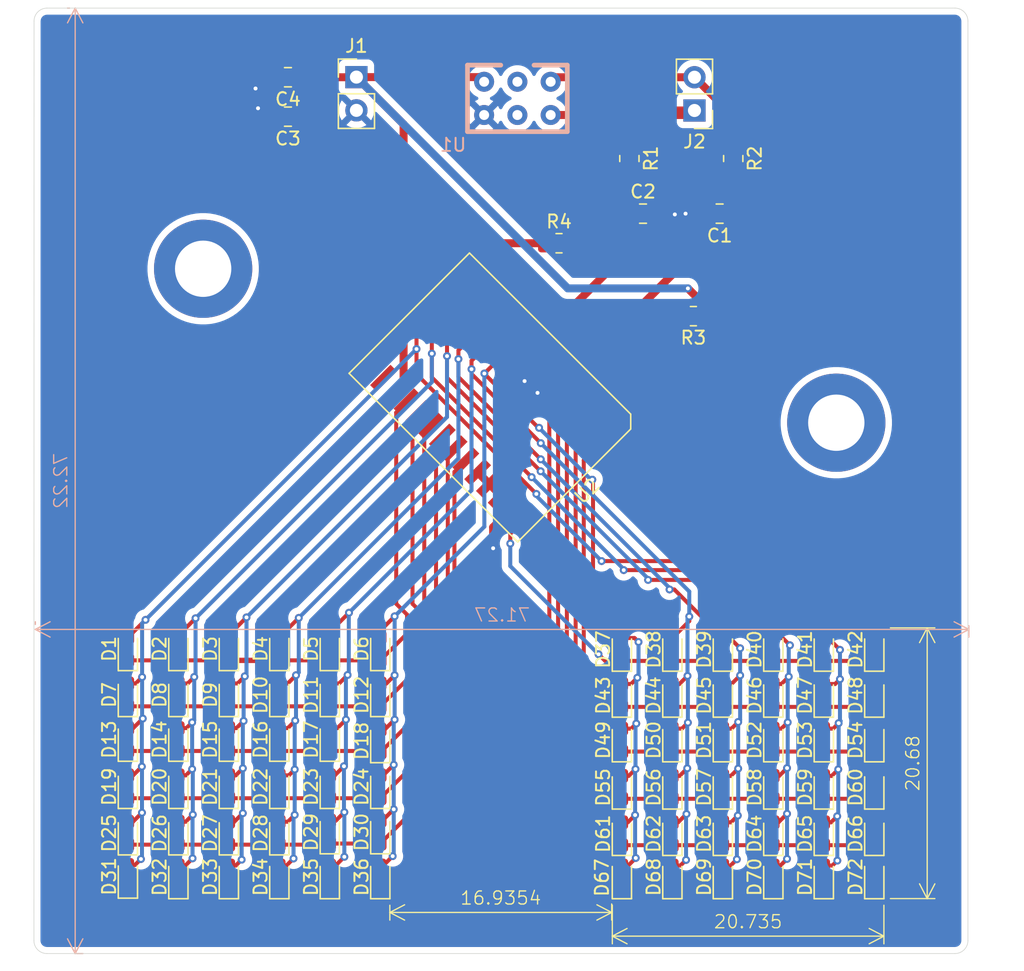
<source format=kicad_pcb>
(kicad_pcb (version 20241229) (generator "pcbnew") (generator_version "9.0")
  (layers (0 "F.Cu" signal) (2 "B.Cu" signal) (13 "F.Paste" user) (15 "B.Paste" user) (5 "F.SilkS" user "F.Silkscreen") (7 "B.SilkS" user "B.Silkscreen") (1 "F.Mask" user) (3 "B.Mask" user) (25 "Edge.Cuts" user))
  (net 0 "")
  (net 1 "GND")
  (net 2 "Net-(U2-Din)")
  (net 3 "Net-(U2-SCLK)")
  (net 4 "+3.3V")
  (net 5 "Net-(D1-K)")
  (net 6 "Net-(D1-A)")
  (net 7 "Net-(D14-A)")
  (net 8 "Net-(D15-A)")
  (net 9 "Net-(D10-A)")
  (net 10 "Net-(D11-A)")
  (net 11 "Net-(D12-A)")
  (net 12 "Net-(D10-K)")
  (net 13 "Net-(D13-K)")
  (net 14 "Net-(D19-K)")
  (net 15 "Net-(D25-K)")
  (net 16 "Net-(D31-K)")
  (net 17 "Net-(D37-K)")
  (net 18 "Net-(D43-K)")
  (net 19 "Net-(D49-K)")
  (net 20 "Net-(D55-K)")
  (net 21 "Net-(D61-K)")
  (net 22 "Net-(D67-K)")
  (net 23 "SCLK")
  (net 24 "Data_In")
  (footprint "LED_SMD:LED_0603_1608Metric_Pad1.05x0.95mm_HandSolder" (layer "F.Cu") (at 190.55448 99.263375 90)
    (property "Reference" "D56")
    (property "Value" "LED")
  )
  (footprint "LED_SMD:LED_0603_1608Metric_Pad1.05x0.95mm_HandSolder" (layer "F.Cu") (at 152.838625 102.76627 90)
    (property "Reference" "D26")
    (property "Value" "LED")
  )
  (footprint "LED_SMD:LED_0603_1608Metric_Pad1.05x0.95mm_HandSolder" (layer "F.Cu") (at 164.400625 99.220875 90)
    (property "Reference" "D23")
    (property "Value" "LED")
  )
  (footprint "LED_SMD:LED_0603_1608Metric_Pad1.05x0.95mm_HandSolder" (layer "F.Cu") (at 198.26248 106.110875 90)
    (property "Reference" "D70")
    (property "Value" "LED")
  )
  (footprint "LED_SMD:LED_0603_1608Metric_Pad1.05x0.95mm_HandSolder" (layer "F.Cu") (at 198.26248 88.730875 90)
    (property "Reference" "D40")
    (property "Value" "LED")
  )
  (footprint "LED_SMD:LED_0603_1608Metric_Pad1.05x0.95mm_HandSolder" (layer "F.Cu") (at 168.254625 95.720875 90)
    (property "Reference" "D18")
    (property "Value" "LED")
  )
  (footprint "LED_SMD:LED_0603_1608Metric_Pad1.05x0.95mm_HandSolder" (layer "F.Cu") (at 205.97048 106.110875 90)
    (property "Reference" "D72")
    (property "Value" "LED")
  )
  (footprint "LED_SMD:LED_0603_1608Metric_Pad1.05x0.95mm_HandSolder" (layer "F.Cu") (at 164.400625 88.688375 90)
    (property "Reference" "D5")
    (property "Value" "LED")
  )
  (footprint "LED_SMD:LED_0603_1608Metric_Pad1.05x0.95mm_HandSolder" (layer "F.Cu") (at 205.97048 102.80877 90)
    (property "Reference" "D66")
    (property "Value" "LED")
  )
  (footprint "LED_SMD:LED_0603_1608Metric_Pad1.05x0.95mm_HandSolder" (layer "F.Cu") (at 148.984625 88.688375 90)
    (property "Reference" "D1")
    (property "Value" "LED")
  )
  (footprint "MountingHole:MountingHole_4.3mm_M4_DIN965_Pad" (layer "F.Cu") (at 154.73 59.65)
    (property "Reference" "REF**" (hide yes))
    (property "Value" "MountingHole_4.3mm_M4_DIN965_Pad")
  )
  (footprint "LED_SMD:LED_0603_1608Metric_Pad1.05x0.95mm_HandSolder" (layer "F.Cu") (at 168.254625 92.200875 90)
    (property "Reference" "D12")
    (property "Value" "LED")
  )
  (footprint "LED_SMD:LED_0603_1608Metric_Pad1.05x0.95mm_HandSolder" (layer "F.Cu") (at 198.26248 102.80877 90)
    (property "Reference" "D64")
    (property "Value" "LED")
  )
  (footprint "Connector_PinHeader_2.54mm:PinHeader_1x02_P2.54mm_Vertical" (layer "F.Cu") (at 192.2425 47.56 180)
    (property "Reference" "J2")
    (property "Value" "Conn_01x02_Pin")
  )
  (footprint "LED_SMD:LED_0603_1608Metric_Pad1.05x0.95mm_HandSolder" (layer "F.Cu") (at 148.984625 99.220875 90)
    (property "Reference" "D19")
    (property "Value" "LED")
  )
  (footprint "LED_SMD:LED_0603_1608Metric_Pad1.05x0.95mm_HandSolder" (layer "F.Cu") (at 160.546625 92.200875 90)
    (property "Reference" "D10")
    (property "Value" "LED")
  )
  (footprint "LED_SMD:LED_0603_1608Metric_Pad1.05x0.95mm_HandSolder" (layer "F.Cu") (at 205.97048 88.730875 90)
    (property "Reference" "D42")
    (property "Value" "LED")
  )
  (footprint "Capacitor_SMD:C_0805_2012Metric_Pad1.18x1.45mm_HandSolder" (layer "F.Cu") (at 161.205 45.02 180)
    (property "Reference" "C4")
    (property "Value" "10uF")
  )
  (footprint "Capacitor_SMD:C_0805_2012Metric_Pad1.18x1.45mm_HandSolder" (layer "F.Cu") (at 161.205 48.03 180)
    (property "Reference" "C3")
    (property "Value" "10uF")
  )
  (footprint "Capacitor_SMD:C_0805_2012Metric_Pad1.18x1.45mm_HandSolder" (layer "F.Cu") (at 188.3125 55.44)
    (property "Reference" "C2")
    (property "Value" "100pF")
  )
  (footprint "LED_SMD:LED_0603_1608Metric_Pad1.05x0.95mm_HandSolder" (layer "F.Cu") (at 202.11648 95.65377 90)
    (property "Reference" "D53")
    (property "Value" "LED")
  )
  (footprint "LED_SMD:LED_0603_1608Metric_Pad1.05x0.95mm_HandSolder" (layer "F.Cu") (at 202.11648 102.80877 90)
    (property "Reference" "D65")
    (property "Value" "LED")
  )
  (footprint "LED_SMD:LED_0603_1608Metric_Pad1.05x0.95mm_HandSolder" (layer "F.Cu") (at 186.70048 106.110875 90)
    (property "Reference" "D67")
    (property "Value" "LED")
  )
  (footprint "LED_SMD:LED_0603_1608Metric_Pad1.05x0.95mm_HandSolder" (layer "F.Cu") (at 160.546625 106.110875 90)
    (property "Reference" "D34")
    (property "Value" "LED")
  )
  (footprint "LED_SMD:LED_0603_1608Metric_Pad1.05x0.95mm_HandSolder" (layer "F.Cu") (at 148.984625 92.200875 90)
    (property "Reference" "D7")
    (property "Value" "LED")
  )
  (footprint "LED_SMD:LED_0603_1608Metric_Pad1.05x0.95mm_HandSolder" (layer "F.Cu") (at 164.400625 106.110875 90)
    (property "Reference" "D35")
    (property "Value" "LED")
  )
  (footprint "LED_SMD:LED_0603_1608Metric_Pad1.05x0.95mm_HandSolder" (layer "F.Cu") (at 194.40848 88.730875 90)
    (property "Reference" "D39")
    (property "Value" "LED")
  )
  (footprint "LED_SMD:LED_0603_1608Metric_Pad1.05x0.95mm_HandSolder" (layer "F.Cu") (at 164.400625 95.61127 90)
    (property "Reference" "D17")
    (property "Value" "LED")
  )
  (footprint "LED_SMD:LED_0603_1608Metric_Pad1.05x0.95mm_HandSolder" (layer "F.Cu") (at 156.692625 95.61127 90)
    (property "Reference" "D15")
    (property "Value" "LED")
  )
  (footprint "LED_SMD:LED_0603_1608Metric_Pad1.05x0.95mm_HandSolder" (layer "F.Cu") (at 190.55448 88.730875 90)
    (property "Reference" "D38")
    (property "Value" "LED")
  )
  (footprint "LED_SMD:LED_0603_1608Metric_Pad1.05x0.95mm_HandSolder" (layer "F.Cu") (at 198.26248 95.65377 90)
    (property "Reference" "D52")
    (property "Value" "LED")
  )
  (footprint "Resistor_SMD:R_0805_2012Metric_Pad1.20x1.40mm_HandSolder" (layer "F.Cu") (at 187.2725 51.23 -90)
    (property "Reference" "R1")
    (property "Value" "100")
  )
  (footprint "LED_SMD:LED_0603_1608Metric_Pad1.05x0.95mm_HandSolder" (layer "F.Cu") (at 202.11648 106.110875 90)
    (property "Reference" "D71")
    (property "Value" "LED")
  )
  (footprint "LED_SMD:LED_0603_1608Metric_Pad1.05x0.95mm_HandSolder" (layer "F.Cu") (at 152.838625 92.200875 90)
    (property "Reference" "D8")
    (property "Value" "LED")
  )
  (footprint "LED_SMD:LED_0603_1608Metric_Pad1.05x0.95mm_HandSolder" (layer "F.Cu") (at 156.692625 106.110875 90)
    (property "Reference" "D33")
    (property "Value" "LED")
  )
  (footprint "LED_SMD:LED_0603_1608Metric_Pad1.05x0.95mm_HandSolder" (layer "F.Cu") (at 164.400625 92.200875 90)
    (property "Reference" "D11")
    (property "Value" "LED")
  )
  (footprint "LED_SMD:LED_0603_1608Metric_Pad1.05x0.95mm_HandSolder" (layer "F.Cu") (at 205.97048 99.263375 90)
    (property "Reference" "D60")
    (property "Value" "LED")
  )
  (footprint "LED_SMD:LED_0603_1608Metric_Pad1.05x0.95mm_HandSolder" (layer "F.Cu") (at 202.11648 99.263375 90)
    (property "Reference" "D59")
    (property "Value" "LED")
  )
  (footprint "Resistor_SMD:R_0805_2012Metric_Pad1.20x1.40mm_HandSolder" (layer "F.Cu") (at 192.16 63.27 180)
    (property "Reference" "R3")
    (property "Value" "4.7k")
  )
  (footprint "LED_SMD:LED_0603_1608Metric_Pad1.05x0.95mm_HandSolder" (layer "F.Cu") (at 198.26248 99.263375 90)
    (property "Reference" "D58")
    (property "Value" "LED")
  )
  (footprint "LED_SMD:LED_0603_1608Metric_Pad1.05x0.95mm_HandSolder" (layer "F.Cu") (at 205.97048 92.243375 90)
    (property "Reference" "D48")
    (property "Value" "LED")
  )
  (footprint "LED_SMD:LED_0603_1608Metric_Pad1.05x0.95mm_HandSolder" (layer "F.Cu") (at 202.11648 92.243375 90)
    (property "Reference" "D47")
    (property "Value" "LED")
  )
  (footprint "LED_SMD:LED_0603_1608Metric_Pad1.05x0.95mm_HandSolder" (layer "F.Cu") (at 152.838625 106.110875 90)
    (property "Reference" "D32")
    (property "Value" "LED")
  )
  (footprint "LED_SMD:LED_0603_1608Metric_Pad1.05x0.95mm_HandSolder" (layer "F.Cu") (at 190.55448 106.110875 90)
    (property "Reference" "D68")
    (property "Value" "LED")
  )
  (footprint "LED_SMD:LED_0603_1608Metric_Pad1.05x0.95mm_HandSolder" (layer "F.Cu") (at 194.40848 99.263375 90)
    (property "Reference" "D57")
    (property "Value" "LED")
  )
  (footprint "LED_SMD:LED_0603_1608Metric_Pad1.05x0.95mm_HandSolder" (layer "F.Cu") (at 186.70048 95.65377 90)
    (property "Reference" "D49")
    (property "Value" "LED")
  )
  (footprint "MountingHole:MountingHole_4.3mm_M4_DIN965_Pad" (layer "F.Cu") (at 203.07 71.41)
    (property "Reference" "REF**" (hide yes))
    (property "Value" "MountingHole_4.3mm_M4_DIN965_Pad")
  )
  (footprint "Connector_PinHeader_2.54mm:PinHeader_1x02_P2.54mm_Vertical" (layer "F.Cu") (at 166.4325 45.01)
    (property "Reference" "J1")
    (property "Value" "Conn_01x02_Pin")
  )
  (footprint "LED_SMD:LED_0603_1608Metric_Pad1.05x0.95mm_HandSolder" (layer "F.Cu") (at 156.692625 88.688375 90)
    (property "Reference" "D3")
    (property "Value" "LED")
  )
  (footprint "LED_SMD:LED_0603_1608Metric_Pad1.05x0.95mm_HandSolder" (layer "F.Cu") (at 186.70048 102.80877 90)
    (property "Reference" "D61")
    (property "Value" "LED")
  )
  (footprint "LED_SMD:LED_0603_1608Metric_Pad1.05x0.95mm_HandSolder" (layer "F.Cu") (at 186.70048 92.243375 90)
    (property "Reference" "D43")
    (property "Value" "LED")
  )
  (footprint "Resistor_SMD:R_0805_2012Metric_Pad1.20x1.40mm_HandSolder" (layer "F.Cu") (at 181.9 57.7)
    (property "Reference" "R4")
    (property "Value" "4.7k")
  )
  (footprint "LED_SMD:LED_0603_1608Metric_Pad1.05x0.95mm_HandSolder" (layer "F.Cu") (at 190.55448 102.80877 90)
    (property "Reference" "D62")
    (property "Value" "LED")
  )
  (footprint "LED_SMD:LED_0603_1608Metric_Pad1.05x0.95mm_HandSolder" (layer "F.Cu") (at 160.546625 88.688375 90)
    (property "Reference" "D4")
    (property "Value" "LED")
  )
  (footprint "LED_SMD:LED_0603_1608Metric_Pad1.05x0.95mm_HandSolder" (layer "F.Cu") (at 168.254625 102.680875 90)
    (property "Reference" "D30")
    (property "Value" "LED")
  )
  (footprint "LED_SMD:LED_0603_1608Metric_Pad1.05x0.95mm_HandSolder" (layer "F.Cu") (at 152.838625 95.61127 90)
    (property "Reference" "D14")
    (property "Value" "LED")
  )
  (footprint "LED_SMD:LED_0603_1608Metric_Pad1.05x0.95mm_HandSolder" (layer "F.Cu") (at 194.40848 95.65377 90)
    (property "Reference" "D51")
    (property "Value" "LED")
  )
  (footprint "LED_SMD:LED_0603_1608Metric_Pad1.05x0.95mm_HandSolder" (layer "F.Cu") (at 160.546625 99.220875 90)
    (property "Reference" "D22")
    (property "Value" "LED")
  )
  (footprint "LED_SMD:LED_0603_1608Metric_Pad1.05x0.95mm_HandSolder" (layer "F.Cu") (at 186.70048 88.730875 90)
    (property "Reference" "D37")
    (property "Value" "LED")
  )
  (footprint "LED_SMD:LED_0603_1608Metric_Pad1.05x0.95mm_HandSolder" (layer "F.Cu") (at 160.546625 102.76627 90)
    (property "Reference" "D28")
    (property "Value" "LED")
  )
  (footprint "LED_SMD:LED_0603_1608Metric_Pad1.05x0.95mm_HandSolder" (layer "F.Cu") (at 148.984625 102.76627 90)
    (property "Reference" "D25")
    (property "Value" "LED")
  )
  (footprint "LED_SMD:LED_0603_1608Metric_Pad1.05x0.95mm_HandSolder" (layer "F.Cu") (at 152.838625 99.220875 90)
    (property "Reference" "D20")
    (property "Value" "LED")
  )
  (footprint "LED_SMD:LED_0603_1608Metric_Pad1.05x0.95mm_HandSolder" (layer "F.Cu") (at 168.254625 106.110875 90)
    (property "Reference" "D36")
    (property "Value" "LED")
  )
  (footprint "LED_SMD:LED_0603_1608Metric_Pad1.05x0.95mm_HandSolder" (layer "F.Cu") (at 156.692625 92.200875 90)
    (property "Reference" "D9")
    (property "Value" "LED")
  )
  (footprint "LED_SMD:LED_0603_1608Metric_Pad1.05x0.95mm_HandSolder" (layer "F.Cu") (at 194.40848 92.243375 90)
    (property "Reference" "D45")
    (property "Value" "LED")
  )
  (footprint "LED_SMD:LED_0603_1608Metric_Pad1.05x0.95mm_HandSolder" (layer "F.Cu") (at 148.984625 95.61127 90)
    (property "Reference" "D13")
    (property "Value" "LED")
  )
  (footprint "LED_SMD:LED_0603_1608Metric_Pad1.05x0.95mm_HandSolder" (layer "F.Cu") (at 148.984625 106.068375 90)
    (property "Reference" "D31")
    (property "Value" "LED")
  )
  (footprint "Resistor_SMD:R_0805_2012Metric_Pad1.20x1.40mm_HandSolder" (layer "F.Cu") (at 195.2025 51.23 -90)
    (property "Reference" "R2")
    (property "Value" "100")
  )
  (footprint "LED_SMD:LED_0603_1608Metric_Pad1.05x0.95mm_HandSolder" (layer "F.Cu") (at 202.11648 88.730875 90)
    (property "Reference" "D41")
    (property "Value" "LED")
  )
  (footprint "LED_SMD:LED_0603_1608Metric_Pad1.05x0.95mm_HandSolder" (layer "F.Cu") (at 156.692625 99.220875 90)
    (property "Reference" "D21")
    (property "Value" "LED")
  )
  (footprint "LED_SMD:LED_0603_1608Metric_Pad1.05x0.95mm_HandSolder" (layer "F.Cu") (at 186.70048 99.263375 90)
    (property "Reference" "D55")
    (property "Value" "LED")
  )
  (footprint "LED_SMD:LED_0603_1608Metric_Pad1.05x0.95mm_HandSolder" (layer "F.Cu") (at 168.254625 88.688375 90)
    (property "Reference" "D6")
    (property "Value" "LED")
  )
  (footprint "LED_SMD:LED_0603_1608Metric_Pad1.05x0.95mm_HandSolder" (layer "F.Cu") (at 194.40848 106.110875 90)
    (property "Reference" "D69")
    (property "Value" "LED")
  )
  (footprint "LED_SMD:LED_0603_1608Metric_Pad1.05x0.95mm_HandSolder" (layer "F.Cu") (at 190.55448 95.65377 90)
    (property "Reference" "D50")
    (property "Value" "LED")
  )
  (footprint "LED_SMD:LED_0603_1608Metric_Pad1.05x0.95mm_HandSolder" (layer "F.Cu") (at 156.692625 102.76627 90)
    (property "Reference" "D27")
    (property "Value" "LED")
  )
  (footprint "LED_SMD:LED_0603_1608Metric_Pad1.05x0.95mm_HandSolder" (layer "F.Cu") (at 164.400625 102.680875 90)
    (property "Reference" "D29")
    (property "Value" "LED")
  )
  (footprint "LED_SMD:LED_0603_1608Metric_Pad1.05x0.95mm_HandSolder" (layer "F.Cu") (at 198.26248 92.243375 90)
    (property "Reference" "D46")
    (property "Value" "LED")
  )
  (footprint "LED_SMD:LED_0603_1608Metric_Pad1.05x0.95mm_HandSolder" (layer "F.Cu") (at 160.546625 95.61127 90)
    (property "Reference" "D16")
    (property "Value" "LED")
  )
  (footprint "LED_SMD:LED_0603_1608Metric_Pad1.05x0.95mm_HandSolder" (layer "F.Cu") (at 152.838625 88.688375 90)
    (property "Reference" "D2")
    (property "Value" "LED")
  )
  (footprint "Capacitor_SMD:C_0805_2012Metric_Pad1.18x1.45mm_HandSolder" (layer "F.Cu") (at 194.1625 55.44 180)
    (property "Reference" "C1")
    (property "Value" "100pF")
  )
  (footprint "LED_SMD:LED_0603_1608Metric_Pad1.05x0.95mm_HandSolder" (layer "F.Cu") (at 205.97048 95.65377 90)
    (property "Reference" "D54")
    (property "Value" "LED")
  )
  (footprint "LED_SMD:LED_0603_1608Metric_Pad1.05x0.95mm_HandSolder" (layer "F.Cu") (at 194.40848 102.80877 90)
    (property "Reference" "D63")
    (property "Value" "LED")
  )
  (footprint "LED_SMD:LED_0603_1608Metric_Pad1.05x0.95mm_HandSolder" (layer "F.Cu") (at 168.254625 99.220875 90)
    (property "Reference" "D24")
    (property "Value" "LED")
  )
  (footprint "LED_SMD:LED_0603_1608Metric_Pad1.05x0.95mm_HandSolder" (layer "F.Cu") (at 190.55448 92.243375 90)
    (property "Reference" "D44")
    (property "Value" "LED")
  )
  (footprint "Swadge-Parts:EP1640" (layer "F.Cu") (at 176.905937 69.482215 135)
    (property "Reference" "U2")
    (property "Value" "~")
  )
  (footprint "Swadge-Parts:SAO" (layer "B.Cu") (at 178.7225 46.635395 180)
    (property "Reference" "U1")
    (property "Value" "SAO")
  )
  (gr_arc (start 212.13 39.74) (mid 212.830036 40.029964) (end 213.12 40.73) (stroke (width 0.05)) (layer "Edge.Cuts"))
  (gr_arc (start 142.8 111.96) (mid 142.099964 111.670036) (end 141.81 110.97) (stroke (width 0.05)) (layer "Edge.Cuts"))
  (gr_line (start 142.8 111.96) (end 212.13 111.96) (stroke (width 0.05)) (layer "Edge.Cuts"))
  (gr_line (start 213.12 110.97) (end 213.12 40.73) (stroke (width 0.05)) (layer "Edge.Cuts"))
  (gr_line (start 141.82 40.73) (end 141.81 110.97) (stroke (width 0.05)) (layer "Edge.Cuts"))
  (gr_line (start 212.13 39.74) (end 142.81 39.74) (stroke (width 0.05)) (layer "Edge.Cuts"))
  (gr_arc (start 141.82 40.73) (mid 142.109964 40.029964) (end 142.81 39.74) (stroke (width 0.05)) (layer "Edge.Cuts"))
  (gr_arc (start 213.12 110.97) (mid 212.830036 111.670036) (end 212.13 111.96) (stroke (width 0.05)) (layer "Edge.Cuts"))
  (dimension (type orthogonal) (layer "F.SilkS") (pts (xy 185.92 107.67) (xy 168.984625 107.770875)) (height 1.15) (orientation 0) (format (prefix "") (suffix "") (units 3) (units_format 0) (precision 4) (suppress_zeroes yes)) (style (thickness 0.1) (arrow_length 1.27) (text_position_mode 0) (arrow_direction outward) (extension_height 0.58642) (extension_offset 0.5) (keep_text_aligned yes)) (gr_text "16.9354" (at 177.452312 107.72 0) (layer "F.SilkS") (effects (font (size 1 1) (thickness 0.1)))))
  (dimension (type orthogonal) (layer "F.SilkS") (pts (xy 206.70548 107.770875) (xy 185.97048 107.760875)) (height 2.859125) (orientation 0) (format (prefix "") (suffix "") (units 3) (units_format 0) (precision 4) (suppress_zeroes yes)) (style (thickness 0.1) (arrow_length 1.27) (text_position_mode 0) (arrow_direction outward) (extension_height 0.58642) (extension_offset 0.5) (keep_text_aligned yes)) (gr_text "20.735" (at 196.33798 109.53 0) (layer "F.SilkS") (effects (font (size 1 1) (thickness 0.1)))))
  (dimension (type orthogonal) (layer "F.SilkS") (pts (xy 206.70048 107.760875) (xy 206.70048 87.080875)) (height 3.30952) (orientation 1) (format (prefix "") (suffix "") (units 3) (units_format 0) (precision 4) (suppress_zeroes yes)) (style (thickness 0.1) (arrow_length 1.27) (text_position_mode 0) (arrow_direction outward) (extension_height 0.58642) (extension_offset 0.5) (keep_text_aligned yes)) (gr_text "20.68" (at 208.91 97.420875 90) (layer "F.SilkS") (effects (font (size 1 1) (thickness 0.1)))))
  (dimension (type orthogonal) (layer "B.SilkS") (pts (xy 213.19 86.42) (xy 141.92 87.32)) (height 0.78) (orientation 0) (format (prefix "") (suffix "") (units 3) (units_format 0) (precision 4) (suppress_zeroes yes)) (style (thickness 0.1) (arrow_length 1.27) (text_position_mode 0) (arrow_direction outward) (extension_height 0.58642) (extension_offset 0.5) (keep_text_aligned yes)) (gr_text "71.27" (at 177.555 86.1 0) (layer "B.SilkS") (effects (font (size 1 1) (thickness 0.1)) (justify mirror))))
  (dimension (type orthogonal) (layer "B.SilkS") (pts (xy 144.56 111.96) (xy 145.02 39.74)) (height 0.4) (orientation 1) (format (prefix "") (suffix "") (units 3) (units_format 0) (precision 4) (suppress_zeroes yes)) (style (thickness 0.1) (arrow_length 1.27) (text_position_mode 0) (arrow_direction outward) (extension_height 0.58642) (extension_offset 0.5) (keep_text_aligned yes)) (gr_text "72.22" (at 143.86 75.85 90) (layer "B.SilkS") (effects (font (size 1 1) (thickness 0.1)) (justify mirror))))
  (segment (start 178.380255 77.886179) (end 176.87 79.396434) (width 0.6096) (layer "F.Cu") (net 1))
  (segment (start 190.7425 55.5) (end 189.41 55.5) (width 0.6096) (layer "F.Cu") (net 1))
  (segment (start 160.1675 48.03) (end 159.56 48.03) (width 0.6096) (layer "F.Cu") (net 1))
  (segment (start 181.717799 67.672201) (end 180.26 69.13) (width 0.6096) (layer "F.Cu") (net 1))
  (segment (start 175.686178 75.192102) (end 176.584203 76.090128) (width 0.6096) (layer "F.Cu") (net 1))
  (segment (start 191.5625 55.44) (end 190.8025 55.44) (width 0.6096) (layer "F.Cu") (net 1))
  (segment (start 181.717799 67.36443) (end 181.717799 67.672201) (width 0.6096) (layer "F.Cu") (net 1))
  (segment (start 180.852229 68.23) (end 179.27 68.23) (width 0.6096) (layer "F.Cu") (net 1))
  (segment (start 190.8025 55.44) (end 190.7425 55.5) (width 0.6096) (layer "F.Cu") (net 1))
  (segment (start 177.482229 76.988153) (end 178.380255 77.886179) (width 0.6096) (layer "F.Cu") (net 1))
  (segment (start 176.87 79.396434) (end 176.87 81) (width 0.6096) (layer "F.Cu") (net 1))
  (segment (start 176.584203 76.090128) (end 177.482229 76.988153) (width 0.6096) (layer "F.Cu") (net 1))
  (segment (start 160.1675 45.02) (end 159.59 45.02) (width 0.6096) (layer "F.Cu") (net 1))
  (segment (start 159.56 48.03) (end 158.92 47.39) (width 0.6096) (layer "F.Cu") (net 1))
  (segment (start 158.92 47.39) (end 158.73 47.2) (width 0.6096) (layer "F.Cu") (net 1))
  (segment (start 158.73 47.2) (end 158.73 45.88) (width 0.6096) (layer "F.Cu") (net 1))
  (segment (start 193.125 55.44) (end 191.5625 55.44) (width 0.6096) (layer "F.Cu") (net 1))
  (segment (start 159.59 45.02) (end 158.73 45.88) (width 0.6096) (layer "F.Cu") (net 1))
  (segment (start 181.717799 67.36443) (end 180.852229 68.23) (width 0.6096) (layer "F.Cu") (net 1))
  (via (at 179.27 68.23) (size 0.6) (drill 0.3) (layers "F.Cu" "B.Cu") (net 1))
  (via (at 191.5625 55.44) (size 0.6) (drill 0.3) (layers "F.Cu" "B.Cu") (net 1))
  (via (at 180.26 69.13) (size 0.6) (drill 0.3) (layers "F.Cu" "B.Cu") (net 1))
  (via (at 176.87 81) (size 0.6) (drill 0.3) (layers "F.Cu" "B.Cu") (net 1))
  (via (at 190.7425 55.5) (size 0.6) (drill 0.3) (layers "F.Cu" "B.Cu") (net 1))
  (via (at 158.92 47.39) (size 0.6) (drill 0.3) (layers "F.Cu" "B.Cu") (net 1))
  (via (at 158.73 45.88) (size 0.6) (drill 0.3) (layers "F.Cu" "B.Cu") (net 1))
  (segment (start 181.926178 65.36) (end 185.28 65.36) (width 0.6096) (layer "F.Cu") (net 2))
  (segment (start 185.28 65.36) (end 186.97 63.67) (width 0.6096) (layer "F.Cu") (net 2))
  (segment (start 195.2 55.44) (end 195.2 52.2325) (width 0.6096) (layer "F.Cu") (net 2))
  (segment (start 186.97 63.67) (end 195.2 55.44) (width 0.6096) (layer "F.Cu") (net 2))
  (segment (start 187.37 63.27) (end 186.97 63.67) (width 0.6096) (layer "F.Cu") (net 2))
  (segment (start 180.819773 66.466405) (end 181.926178 65.36) (width 0.6096) (layer "F.Cu") (net 2))
  (segment (start 191.16 63.27) (end 187.37 63.27) (width 0.6096) (layer "F.Cu") (net 2))
  (segment (start 186.759874 57.7) (end 187.275 58.215126) (width 0.6096) (layer "F.Cu") (net 3))
  (segment (start 187.275 58.215126) (end 187.275 55.44) (width 0.6096) (layer "F.Cu") (net 3))
  (segment (start 182.9 57.7) (end 186.759874 57.7) (width 0.6096) (layer "F.Cu") (net 3))
  (segment (start 187.2725 52.23) (end 187.2725 55.4375) (width 0.6096) (layer "F.Cu") (net 3))
  (segment (start 179.921747 65.568379) (end 187.275 58.215126) (width 0.6096) (layer "F.Cu") (net 3))
  (segment (start 175.827105 45.01) (end 176.1825 45.365395) (width 0.6096) (layer "F.Cu") (net 4))
  (segment (start 162.2425 48.03) (end 162.2425 45.02) (width 0.6096) (layer "F.Cu") (net 4))
  (segment (start 170.033078 68.272844) (end 170.033078 56.73) (width 0.6096) (layer "F.Cu") (net 4))
  (segment (start 166.4325 45.01) (end 175.827105 45.01) (width 0.6096) (layer "F.Cu") (net 4))
  (segment (start 191.74 61.15) (end 193.16 62.57) (width 0.6096) (layer "F.Cu") (net 4))
  (segment (start 162.2425 45.02) (end 166.4225 45.02) (width 0.6096) (layer "F.Cu") (net 4))
  (segment (start 169.399999 68.905923) (end 170.033078 68.272844) (width 0.6096) (layer "F.Cu") (net 4))
  (segment (start 170.033078 56.73) (end 170.033078 48.610578) (width 0.6096) (layer "F.Cu") (net 4))
  (segment (start 170.033078 48.610578) (end 166.4325 45.01) (width 0.6096) (layer "F.Cu") (net 4))
  (segment (start 171.003078 57.7) (end 170.033078 56.73) (width 0.6096) (layer "F.Cu") (net 4))
  (segment (start 180.9 57.7) (end 171.003078 57.7) (width 0.6096) (layer "F.Cu") (net 4))
  (segment (start 193.16 62.57) (end 193.16 63.27) (width 0.6096) (layer "F.Cu") (net 4))
  (via (at 191.74 61.15) (size 0.6) (drill 0.3) (layers "F.Cu" "B.Cu") (net 4))
  (segment (start 166.4325 45.01) (end 182.5725 61.15) (width 0.6096) (layer "B.Cu") (net 4))
  (segment (start 182.5725 61.15) (end 191.74 61.15) (width 0.6096) (layer "B.Cu") (net 4))
  (segment (start 156.692625 89.563375) (end 160.546625 89.563375) (width 0.4064) (layer "F.Cu") (net 5))
  (segment (start 164.400625 89.563375) (end 160.546625 89.563375) (width 0.3048) (layer "F.Cu") (net 5))
  (segment (start 168.254625 89.563375) (end 170.298024 87.519976) (width 0.3048) (layer "F.Cu") (net 5))
  (segment (start 170.298024 87.519976) (end 170.298024 86.068024) (width 0.3048) (layer "F.Cu") (net 5))
  (segment (start 164.400625 89.563375) (end 168.254625 89.563375) (width 0.3048) (layer "F.Cu") (net 5))
  (segment (start 169.47 70.631973) (end 170.298024 69.803949) (width 0.3048) (layer "F.Cu") (net 5))
  (segment (start 148.984625 89.563375) (end 152.838625 89.563375) (width 0.3048) (layer "F.Cu") (net 5))
  (segment (start 169.47 85.24) (end 169.47 70.631973) (width 0.3048) (layer "F.Cu") (net 5))
  (segment (start 152.838625 89.563375) (end 156.692625 89.563375) (width 0.3048) (layer "F.Cu") (net 5))
  (segment (start 170.298024 86.068024) (end 169.47 85.24) (width 0.3048) (layer "F.Cu") (net 5))
  (segment (start 149.36873 101.89127) (end 150.06 101.2) (width 0.3048) (layer "F.Cu") (net 6))
  (segment (start 148.986625 87.813375) (end 150.33 86.47) (width 0.3048) (layer "F.Cu") (net 6))
  (segment (start 205.97048 91.368375) (end 206.421625 91.368375) (width 0.3048) (layer "F.Cu") (net 6))
  (segment (start 149.584125 91.325875) (end 150.07 90.84) (width 0.3048) (layer "F.Cu") (net 6))
  (segment (start 201.71 81.98) (end 205.97048 86.24048) (width 0.3048) (layer "F.Cu") (net 6))
  (segment (start 207.28 89.165395) (end 205.97048 87.855875) (width 0.3048) (layer "F.Cu") (net 6))
  (segment (start 171.02 65.78) (end 171.02 67.7) (width 0.3048) (layer "F.Cu") (net 6))
  (segment (start 149.526625 105.193375) (end 149.98 104.74) (width 0.3048) (layer "F.Cu") (net 6))
  (segment (start 149.39373 94.73627) (end 150.12 94.01) (width 0.3048) (layer "F.Cu") (net 6))
  (segment (start 171.02 65.78) (end 171.02 63.6) (width 0.3048) (layer "F.Cu") (net 6))
  (segment (start 206.421625 91.368375) (end 207.28 90.51) (width 0.3048) (layer "F.Cu") (net 6))
  (segment (start 205.97048 105.235875) (end 207.195 104.011355) (width 0.3048) (layer "F.Cu") (net 6))
  (segment (start 148.984625 105.193375) (end 149.526625 105.193375) (width 0.3048) (layer "F.Cu") (net 6))
  (segment (start 205.97048 86.24048) (end 205.97048 87.855875) (width 0.3048) (layer "F.Cu") (net 6))
  (segment (start 149.384125 98.345875) (end 150.05 97.68) (width 0.3048) (layer "F.Cu") (net 6))
  (segment (start 205.97048 101.93377) (end 207.195 100.70925) (width 0.3048) (layer "F.Cu") (net 6))
  (segment (start 207.28 94.06) (end 207.28 90.51) (width 0.3048) (layer "F.Cu") (net 6))
  (segment (start 207.195 94.145) (end 207.28 94.06) (width 0.3048) (layer "F.Cu") (net 6))
  (segment (start 148.984625 101.89127) (end 149.36873 101.89127) (width 0.3048) (layer "F.Cu") (net 6))
  (segment (start 148.984625 94.73627) (end 149.39373 94.73627) (width 0.3048) (layer "F.Cu") (net 6))
  (segment (start 205.97048 94.77877) (end 206.56123 94.77877) (width 0.3048) (layer "F.Cu") (net 6))
  (segment (start 207.195 97.163855) (end 207.195 94.145) (width 0.3048) (layer "F.Cu") (net 6))
  (segment (start 148.984625 91.325875) (end 149.584125 91.325875) (width 0.3048) (layer "F.Cu") (net 6))
  (segment (start 207.28 90.51) (end 207.28 89.165395) (width 0.3048) (layer "F.Cu") (net 6))
  (segment (start 171.02 63.6) (end 174.439775 60.180225) (width 0.3048) (layer "F.Cu") (net 6))
  (segment (start 206.56123 94.77877) (end 207.195 94.145) (width 0.3048) (layer "F.Cu") (net 6))
  (segment (start 205.97048 98.388375) (end 207.195 97.163855) (width 0.3048) (layer "F.Cu") (net 6))
  (segment (start 207.195 100.70925) (end 207.195 97.163855) (width 0.3048) (layer "F.Cu") (net 6))
  (segment (start 185.15 81.98) (end 201.71 81.98) (width 0.3048) (layer "F.Cu") (net 6))
  (segment (start 171.02 67.7) (end 180.17 76.85) (width 0.3048) (layer "F.Cu") (net 6))
  (segment (start 148.984625 98.345875) (end 149.384125 98.345875) (width 0.3048) (layer "F.Cu") (net 6))
  (segment (start 207.195 104.011355) (end 207.195 100.70925) (width 0.3048) (layer "F.Cu") (net 6))
  (via (at 180.17 76.85) (size 0.6) (drill 0.3) (layers "F.Cu" "B.Cu") (net 6))
  (via (at 150.06 101.2) (size 0.6) (drill 0.3) (layers "F.Cu" "B.Cu") (net 6))
  (via (at 150.33 86.47) (size 0.6) (drill 0.3) (layers "F.Cu" "B.Cu") (net 6))
  (via (at 150.12 94.01) (size 0.6) (drill 0.3) (layers "F.Cu" "B.Cu") (net 6))
  (via (at 150.07 90.84) (size 0.6) (drill 0.3) (layers "F.Cu" "B.Cu") (net 6))
  (via (at 171.02 65.78) (size 0.6) (drill 0.3) (layers "F.Cu" "B.Cu") (net 6))
  (via (at 149.98 104.74) (size 0.6) (drill 0.3) (layers "F.Cu" "B.Cu") (net 6))
  (via (at 185.15 81.98) (size 0.6) (drill 0.3) (layers "F.Cu" "B.Cu") (net 6))
  (via (at 150.05 97.68) (size 0.6) (drill 0.3) (layers "F.Cu" "B.Cu") (net 6))
  (segment (start 180.17 77) (end 185.15 81.98) (width 0.3048) (layer "B.Cu") (net 6))
  (segment (start 150.05 94.08) (end 150.12 94.01) (width 0.3048) (layer "B.Cu") (net 6))
  (segment (start 150.06 97.69) (end 150.05 97.68) (width 0.3048) (layer "B.Cu") (net 6))
  (segment (start 150.07 86.73) (end 150.33 86.47) (width 0.3048) (layer "B.Cu") (net 6))
  (segment (start 149.98 104.74) (end 150.06 104.66) (width 0.3048) (layer "B.Cu") (net 6))
  (segment (start 150.33 86.47) (end 171.02 65.78) (width 0.3048) (layer "B.Cu") (net 6))
  (segment (start 150.07 90.84) (end 150.07 86.73) (width 0.3048) (layer "B.Cu") (net 6))
  (segment (start 150.06 101.2) (end 150.06 97.69) (width 0.3048) (layer "B.Cu") (net 6))
  (segment (start 150.06 104.66) (end 150.06 101.2) (width 0.3048) (layer "B.Cu") (net 6))
  (segment (start 180.17 76.85) (end 180.17 77) (width 0.3048) (layer "B.Cu") (net 6))
  (segment (start 150.05 97.68) (end 150.05 94.08) (width 0.3048) (layer "B.Cu") (net 6))
  (segment (start 150.07 93.96) (end 150.07 90.84) (width 0.3048) (layer "B.Cu") (net 6))
  (segment (start 150.12 94.01) (end 150.07 93.96) (width 0.3048) (layer "B.Cu") (net 6))
  (segment (start 186.84 82.67) (end 196.930605 82.67) (width 0.3048) (layer "F.Cu") (net 7))
  (segment (start 202.83123 94.77877) (end 203.25 94.36) (width 0.3048) (layer "F.Cu") (net 7))
  (segment (start 152.838625 98.345875) (end 153.414125 98.345875) (width 0.3048) (layer "F.Cu") (net 7))
  (segment (start 202.981625 91.368375) (end 203.35 91) (width 0.3048) (layer "F.Cu") (net 7))
  (segment (start 152.838625 101.89127) (end 153.39873 101.89127) (width 0.3048) (layer "F.Cu") (net 7))
  (segment (start 153.45373 94.73627) (end 153.89 94.3) (width 0.3048) (layer "F.Cu") (net 7))
  (segment (start 202.67623 101.93377) (end 203.14 101.47) (width 0.3048) (layer "F.Cu") (net 7))
  (segment (start 172.19 67.947366) (end 179.811317 75.568683) (width 0.3048) (layer "F.Cu") (net 7))
  (segment (start 202.11648 94.77877) (end 202.83123 94.77877) (width 0.3048) (layer "F.Cu") (net 7))
  (segment (start 172.19 66.13) (end 172.19 64.31987) (width 0.3048) (layer "F.Cu") (net 7))
  (segment (start 153.39873 101.89127) (end 153.94 101.35) (width 0.3048) (layer "F.Cu") (net 7))
  (segment (start 202.721625 98.388375) (end 203.22 97.89) (width 0.3048) (layer "F.Cu") (net 7))
  (segment (start 152.838625 105.235875) (end 153.374125 105.235875) (width 0.3048) (layer "F.Cu") (net 7))
  (segment (start 202.11648 101.93377) (end 202.67623 101.93377) (width 0.3048) (layer "F.Cu") (net 7))
  (segment (start 203.35 88.76) (end 202.445875 87.855875) (width 0.3048) (layer "F.Cu") (net 7))
  (segment (start 153.414125 98.345875) (end 153.89 97.87) (width 0.3048) (layer "F.Cu") (net 7))
  (segment (start 172.19 66.13) (end 172.19 67.947366) (width 0.3048) (layer "F.Cu") (net 7))
  (segment (start 153.374125 105.235875) (end 153.92 104.69) (width 0.3048) (layer "F.Cu") (net 7))
  (segment (start 202.11648 98.388375) (end 202.721625 98.388375) (width 0.3048) (layer "F.Cu") (net 7))
  (segment (start 202.445875 87.855875) (end 202.11648 87.855875) (width 0.3048) (layer "F.Cu") (net 7))
  (segment (start 152.838625 87.661375) (end 154.15 86.35) (width 0.3048) (layer "F.Cu") (net 7))
  (segment (start 196.930605 82.67) (end 202.11648 87.855875) (width 0.3048) (layer "F.Cu") (net 7))
  (segment (start 172.19 64.31987) (end 175.431619 61.078251) (width 0.3048) (layer "F.Cu") (net 7))
  (segment (start 153.554125 91.325875) (end 154.05 90.83) (width 0.3048) (layer "F.Cu") (net 7))
  (segment (start 152.838625 94.73627) (end 153.45373 94.73627) (width 0.3048) (layer "F.Cu") (net 7))
  (segment (start 202.11648 91.368375) (end 202.981625 91.368375) (width 0.3048) (layer "F.Cu") (net 7))
  (segment (start 202.11648 105.235875) (end 202.774125 105.235875) (width 0.3048) (layer "F.Cu") (net 7))
  (segment (start 202.774125 105.235875) (end 203.15 104.86) (width 0.3048) (layer "F.Cu") (net 7))
  (segment (start 152.838625 91.325875) (end 153.554125 91.325875) (width 0.3048) (layer "F.Cu") (net 7))
  (via (at 153.92 104.69) (size 0.6) (drill 0.3) (layers "F.Cu" "B.Cu") (net 7))
  (via (at 203.25 94.36) (size 0.6) (drill 0.3) (layers "F.Cu" "B.Cu") (net 7))
  (via (at 154.05 90.83) (size 0.6) (drill 0.3) (layers "F.Cu" "B.Cu") (net 7))
  (via (at 203.15 104.86) (size 0.6) (drill 0.3) (layers "F.Cu" "B.Cu") (net 7))
  (via (at 153.89 94.3) (size 0.6) (drill 0.3) (layers "F.Cu" "B.Cu") (net 7))
  (via (at 154.15 86.35) (size 0.6) (drill 0.3) (layers "F.Cu" "B.Cu") (net 7))
  (via (at 153.94 101.35) (size 0.6) (drill 0.3) (layers "F.Cu" "B.Cu") (net 7))
  (via (at 203.14 101.47) (size 0.6) (drill 0.3) (layers "F.Cu" "B.Cu") (net 7))
  (via (at 179.811317 75.568683) (size 0.6) (drill 0.3) (layers "F.Cu" "B.Cu") (net 7))
  (via (at 203.35 91) (size 0.6) (drill 0.3) (layers "F.Cu" "B.Cu") (net 7))
  (via (at 203.22 97.89) (size 0.6) (drill 0.3) (layers "F.Cu" "B.Cu") (net 7))
  (via (at 186.84 82.67) (size 0.6) (drill 0.3) (layers "F.Cu" "B.Cu") (net 7))
  (via (at 203.35 88.76) (size 0.6) (drill 0.3) (layers "F.Cu" "B.Cu") (net 7))
  (via (at 153.89 97.87) (size 0.6) (drill 0.3) (layers "F.Cu" "B.Cu") (net 7))
  (via (at 172.19 66.13) (size 0.6) (drill 0.3) (layers "F.Cu" "B.Cu") (net 7))
  (segment (start 203.41 94.2) (end 203.25 94.36) (width 0.3048) (layer "B.Cu") (net 7))
  (segment (start 203.15 101.48) (end 203.14 101.47) (width 0.3048) (layer "B.Cu") (net 7))
  (segment (start 203.35 94.26) (end 203.35 91) (width 0.3048) (layer "B.Cu") (net 7))
  (segment (start 203.14 101.47) (end 203.22 101.39) (width 0.3048) (layer "B.Cu") (net 7))
  (segment (start 172.19 68.31) (end 172.19 66.13) (width 0.3048) (layer "B.Cu") (net 7))
  (segment (start 153.92 104.69) (end 153.92 101.37) (width 0.3048) (layer "B.Cu") (net 7))
  (segment (start 179.811317 75.568683) (end 186.84 82.597366) (width 0.3048) (layer "B.Cu") (net 7))
  (segment (start 203.15 104.86) (end 203.15 101.48) (width 0.3048) (layer "B.Cu") (net 7))
  (segment (start 153.89 97.87) (end 153.89 94.3) (width 0.3048) (layer "B.Cu") (net 7))
  (segment (start 203.35 91) (end 203.35 88.76) (width 0.3048) (layer "B.Cu") (net 7))
  (segment (start 153.89 94.3) (end 154.05 94.14) (width 0.3048) (layer "B.Cu") (net 7))
  (segment (start 154.15 90.73) (end 154.15 86.35) (width 0.3048) (layer "B.Cu") (net 7))
  (segment (start 203.22 97.89) (end 203.25 97.86) (width 0.3048) (layer "B.Cu") (net 7))
  (segment (start 153.94 97.92) (end 153.89 97.87) (width 0.3048) (layer "B.Cu") (net 7))
  (segment (start 154.15 86.35) (end 172.19 68.31) (width 0.3048) (layer "B.Cu") (net 7))
  (segment (start 203.22 101.39) (end 203.22 97.89) (width 0.3048) (layer "B.Cu") (net 7))
  (segment (start 186.84 82.597366) (end 186.84 82.67) (width 0.3048) (layer "B.Cu") (net 7))
  (segment (start 154.05 94.14) (end 154.05 90.83) (width 0.3048) (layer "B.Cu") (net 7))
  (segment (start 153.92 101.37) (end 153.94 101.35) (width 0.3048) (layer "B.Cu") (net 7))
  (segment (start 203.25 97.86) (end 203.25 94.36) (width 0.3048) (layer "B.Cu") (net 7))
  (segment (start 154.05 90.83) (end 154.15 90.73) (width 0.3048) (layer "B.Cu") (net 7))
  (segment (start 153.94 101.35) (end 153.94 97.92) (width 0.3048) (layer "B.Cu") (net 7))
  (segment (start 203.25 94.36) (end 203.35 94.26) (width 0.3048) (layer "B.Cu") (net 7))
  (segment (start 173.35 64.955922) (end 176.329645 61.976277) (width 0.3048) (layer "F.Cu") (net 8))
  (segment (start 156.692625 105.235875) (end 157.224125 105.235875) (width 0.3048) (layer "F.Cu") (net 8))
  (segment (start 156.692625 94.73627) (end 157.27373 94.73627) (width 0.3048) (layer "F.Cu") (net 8))
  (segment (start 198.804125 105.235875) (end 199.31 104.73) (width 0.3048) (layer "F.Cu") (net 8))
  (segment (start 157.364125 91.325875) (end 157.91 90.78) (width 0.3048) (layer "F.Cu") (net 8))
  (segment (start 156.692625 101.89127) (end 157.10873 101.89127) (width 0.3048) (layer "F.Cu") (net 8))
  (segment (start 156.692625 87.627375) (end 158.04 86.28) (width 0.3048) (layer "F.Cu") (net 8))
  (segment (start 198.26248 94.77877) (end 198.88123 94.77877) (width 0.3048) (layer "F.Cu") (net 8))
  (segment (start 157.10873 101.89127) (end 157.76 101.24) (width 0.3048) (layer "F.Cu") (net 8))
  (segment (start 198.26248 91.368375) (end 198.881625 91.368375) (width 0.3048) (layer "F.Cu") (net 8))
  (segment (start 198.975875 87.855875) (end 198.26248 87.855875) (width 0.3048) (layer "F.Cu") (net 8))
  (segment (start 198.881625 91.368375) (end 199.44 90.81) (width 0.3048) (layer "F.Cu") (net 8))
  (segment (start 157.224125 105.235875) (end 157.67 104.79) (width 0.3048) (layer "F.Cu") (net 8))
  (segment (start 198.88123 94.77877) (end 199.36 94.3) (width 0.3048) (layer "F.Cu") (net 8))
  (segment (start 198.26248 105.235875) (end 198.804125 105.235875) (width 0.3048) (layer "F.Cu") (net 8))
  (segment (start 198.65623 101.93377) (end 199.31 101.28) (width 0.3048) (layer "F.Cu") (net 8))
  (segment (start 193.826605 83.42) (end 198.26248 87.855875) (width 0.3048) (layer "F.Cu") (net 8))
  (segment (start 173.35 66.32) (end 173.35 64.955922) (width 0.3048) (layer "F.Cu") (net 8))
  (segment (start 198.711625 98.388375) (end 199.31 97.79) (width 0.3048) (layer "F.Cu") (net 8))
  (segment (start 188.7 83.42) (end 193.826605 83.42) (width 0.3048) (layer "F.Cu") (net 8))
  (segment (start 173.35 67.97) (end 180.5 75.12) (width 0.3048) (layer "F.Cu") (net 8))
  (segment (start 157.27373 94.73627) (end 157.82 94.19) (width 0.3048) (layer "F.Cu") (net 8))
  (segment (start 173.35 66.32) (end 173.35 67.97) (width 0.3048) (layer "F.Cu") (net 8))
  (segment (start 198.26248 101.93377) (end 198.65623 101.93377) (width 0.3048) (layer "F.Cu") (net 8))
  (segment (start 156.692625 91.325875) (end 157.364125 91.325875) (width 0.3048) (layer "F.Cu") (net 8))
  (segment (start 198.26248 98.388375) (end 198.711625 98.388375) (width 0.3048) (layer "F.Cu") (net 8))
  (segment (start 156.692625 98.345875) (end 157.224125 98.345875) (width 0.3048) (layer "F.Cu") (net 8))
  (segment (start 157.224125 98.345875) (end 157.76 97.81) (width 0.3048) (layer "F.Cu") (net 8))
  (segment (start 199.53 88.41) (end 198.975875 87.855875) (width 0.3048) (layer "F.Cu") (net 8))
  (via (at 158.04 86.28) (size 0.6) (drill 0.3) (layers "F.Cu" "B.Cu") (net 8))
  (via (at 157.67 104.79) (size 0.6) (drill 0.3) (layers "F.Cu" "B.Cu") (net 8))
  (via (at 199.31 97.79) (size 0.6) (drill 0.3) (layers "F.Cu" "B.Cu") (net 8))
  (via (at 157.91 90.78) (size 0.6) (drill 0.3) (layers "F.Cu" "B.Cu") (net 8))
  (via (at 199.31 104.73) (size 0.6) (drill 0.3) (layers "F.Cu" "B.Cu") (net 8))
  (via (at 157.76 97.81) (size 0.6) (drill 0.3) (layers "F.Cu" "B.Cu") (net 8))
  (via (at 157.82 94.19) (size 0.6) (drill 0.3) (layers "F.Cu" "B.Cu") (net 8))
  (via (at 188.7 83.42) (size 0.6) (drill 0.3) (layers "F.Cu" "B.Cu") (net 8))
  (via (at 199.36 94.3) (size 0.6) (drill 0.3) (layers "F.Cu" "B.Cu") (net 8))
  (via (at 199.31 101.28) (size 0.6) (drill 0.3) (layers "F.Cu" "B.Cu") (net 8))
  (via (at 157.76 101.24) (size 0.6) (drill 0.3) (layers "F.Cu" "B.Cu") (net 8))
  (via (at 180.5 75.12) (size 0.6) (drill 0.3) (layers "F.Cu" "B.Cu") (net 8))
  (via (at 199.44 90.81) (size 0.6) (drill 0.3) (layers "F.Cu" "B.Cu") (net 8))
  (via (at 173.35 66.32) (size 0.6) (drill 0.3) (layers "F.Cu" "B.Cu") (net 8))
  (via (at 199.53 88.41) (size 0.6) (drill 0.3) (layers "F.Cu" "B.Cu") (net 8))
  (segment (start 157.76 94.25) (end 157.82 94.19) (width 0.3048) (layer "B.Cu") (net 8))
  (segment (start 173.35 70.97) (end 173.35 66.32) (width 0.3048) (layer "B.Cu") (net 8))
  (segment (start 199.31 97.79) (end 199.36 97.74) (width 0.3048) (layer "B.Cu") (net 8))
  (segment (start 157.67 104.79) (end 157.67 101.33) (width 0.3048) (layer "B.Cu") (net 8))
  (segment (start 180.5 75.12) (end 188.7 83.32) (width 0.3048) (layer "B.Cu") (net 8))
  (segment (start 157.82 90.87) (end 157.91 90.78) (width 0.3048) (layer "B.Cu") (net 8))
  (segment (start 157.67 101.33) (end 157.76 101.24) (width 0.3048) (layer "B.Cu") (net 8))
  (segment (start 158.04 86.28) (end 173.35 70.97) (width 0.3048) (layer "B.Cu") (net 8))
  (segment (start 157.91 90.78) (end 158.04 90.65) (width 0.3048) (layer "B.Cu") (net 8))
  (segment (start 199.36 97.74) (end 199.36 94.3) (width 0.3048) (layer "B.Cu") (net 8))
  (segment (start 157.82 94.19) (end 157.82 90.87) (width 0.3048) (layer "B.Cu") (net 8))
  (segment (start 199.44 90.81) (end 199.44 88.5) (width 0.3048) (layer "B.Cu") (net 8))
  (segment (start 158.04 90.65) (end 158.04 86.28) (width 0.3048) (layer "B.Cu") (net 8))
  (segment (start 157.76 101.24) (end 157.76 97.81) (width 0.3048) (layer "B.Cu") (net 8))
  (segment (start 199.36 94.3) (end 199.36 90.89) (width 0.3048) (layer "B.Cu") (net 8))
  (segment (start 199.31 104.73) (end 199.31 101.28) (width 0.3048) (layer "B.Cu") (net 8))
  (segment (start 199.36 90.89) (end 199.44 90.81) (width 0.3048) (layer "B.Cu") (net 8))
  (segment (start 188.7 83.32) (end 188.7 83.42) (width 0.3048) (layer "B.Cu") (net 8))
  (segment (start 157.76 97.81) (end 157.76 94.25) (width 0.3048) (layer "B.Cu") (net 8))
  (segment (start 199.44 88.5) (end 199.53 88.41) (width 0.3048) (layer "B.Cu") (net 8))
  (segment (start 199.31 101.28) (end 199.31 97.79) (width 0.3048) (layer "B.Cu") (net 8))
  (segment (start 190.34 84.15) (end 190.702605 84.15) (width 0.3048) (layer "F.Cu") (net 9))
  (segment (start 161.274125 98.345875) (end 161.72 97.9) (width 0.3048) (layer "F.Cu") (net 9))
  (segment (start 194.40848 91.368375) (end 195.071625 91.368375) (width 0.3048) (layer "F.Cu") (net 9))
  (segment (start 194.40848 94.77877) (end 195.07123 94.77877) (width 0.3048) (layer "F.Cu") (net 9))
  (segment (start 194.40848 98.388375) (end 195.021625 98.388375) (width 0.3048) (layer "F.Cu") (net 9))
  (segment (start 174.22 65.881973) (end 177.227671 62.874302) (width 0.3048) (layer "F.Cu") (net 9))
  (segment (start 160.546625 105.235875) (end 161.094125 105.235875) (width 0.3048) (layer "F.Cu") (net 9))
  (segment (start 160.546625 91.325875) (end 161.194125 91.325875) (width 0.3048) (layer "F.Cu") (net 9))
  (segment (start 190.702605 84.15) (end 194.40848 87.855875) (width 0.3048) (layer "F.Cu") (net 9))
  (segment (start 174.22 67.917367) (end 180.507601 74.204968) (width 0.3048) (layer "F.Cu") (net 9))
  (segment (start 194.40848 105.235875) (end 195.004125 105.235875) (width 0.3048) (layer "F.Cu") (net 9))
  (segment (start 194.40848 101.93377) (end 195.03623 101.93377) (width 0.3048) (layer "F.Cu") (net 9))
  (segment (start 174.22 66.55) (end 174.22 65.881973) (width 0.3048) (layer "F.Cu") (net 9))
  (segment (start 160.546625 98.345875) (end 161.274125 98.345875) (width 0.3048) (layer "F.Cu") (net 9))
  (segment (start 161.194125 91.325875) (end 161.82 90.7) (width 0.3048) (layer "F.Cu") (net 9))
  (segment (start 161.19373 94.73627) (end 161.76 94.17) (width 0.3048) (layer "F.Cu") (net 9))
  (segment (start 195.73 88.64) (end 194.945875 87.855875) (width 0.3048) (layer "F.Cu") (net 9))
  (segment (start 174.22 66.55) (end 174.22 67.917367) (width 0.3048) (layer "F.Cu") (net 9))
  (segment (start 161.094125 105.235875) (end 161.63 104.7) (width 0.3048) (layer "F.Cu") (net 9))
  (segment (start 160.546625 94.73627) (end 161.19373 94.73627) (width 0.3048) (layer "F.Cu") (net 9))
  (segment (start 160.546625 101.89127) (end 161.19873 101.89127) (width 0.3048) (layer "F.Cu") (net 9))
  (segment (start 195.07123 94.77877) (end 195.58 94.27) (width 0.3048) (layer "F.Cu") (net 9))
  (segment (start 161.19873 101.89127) (end 161.72 101.37) (width 0.3048) (layer "F.Cu") (net 9))
  (segment (start 160.546625 87.803375) (end 162.03 86.32) (width 0.3048) (layer "F.Cu") (net 9))
  (segment (start 195.004125 105.235875) (end 195.48 104.76) (width 0.3048) (layer "F.Cu") (net 9))
  (segment (start 195.021625 98.388375) (end 195.58 97.83) (width 0.3048) (layer "F.Cu") (net 9))
  (segment (start 195.03623 101.93377) (end 195.55 101.42) (width 0.3048) (layer "F.Cu") (net 9))
  (segment (start 194.945875 87.855875) (end 194.40848 87.855875) (width 0.3048) (layer "F.Cu") (net 9))
  (segment (start 195.071625 91.368375) (end 195.73 90.71) (width 0.3048) (layer "F.Cu") (net 9))
  (via (at 161.76 94.17) (size 0.6) (drill 0.3) (layers "F.Cu" "B.Cu") (net 9))
  (via (at 162.03 86.32) (size 0.6) (drill 0.3) (layers "F.Cu" "B.Cu") (net 9))
  (via (at 161.72 97.9) (size 0.6) (drill 0.3) (layers "F.Cu" "B.Cu") (net 9))
  (via (at 161.72 101.37) (size 0.6) (drill 0.3) (layers "F.Cu" "B.Cu") (net 9))
  (via (at 161.82 90.7) (size 0.6) (drill 0.3) (layers "F.Cu" "B.Cu") (net 9))
  (via (at 195.73 90.71) (size 0.6) (drill 0.3) (layers "F.Cu" "B.Cu") (net 9))
  (via (at 190.34 84.15) (size 0.6) (drill 0.3) (layers "F.Cu" "B.Cu") (net 9))
  (via (at 195.55 101.42) (size 0.6) (drill 0.3) (layers "F.Cu" "B.Cu") (net 9))
  (via (at 161.63 104.7) (size 0.6) (drill 0.3) (layers "F.Cu" "B.Cu") (net 9))
  (via (at 195.73 88.64) (size 0.6) (drill 0.3) (layers "F.Cu" "B.Cu") (net 9))
  (via (at 195.48 104.76) (size 0.6) (drill 0.3) (layers "F.Cu" "B.Cu") (net 9))
  (via (at 180.507601 74.204968) (size 0.6) (drill 0.3) (layers "F.Cu" "B.Cu") (net 9))
  (via (at 195.58 97.83) (size 0.6) (drill 0.3) (layers "F.Cu" "B.Cu") (net 9))
  (via (at 195.58 94.27) (size 0.6) (drill 0.3) (layers "F.Cu" "B.Cu") (net 9))
  (via (at 174.22 66.55) (size 0.6) (drill 0.3) (layers "F.Cu" "B.Cu") (net 9))
  (segment (start 162.03 90.49) (end 162.03 86.32) (width 0.3048) (layer "B.Cu") (net 9))
  (segment (start 195.48 101.49) (end 195.55 101.42) (width 0.3048) (layer "B.Cu") (net 9))
  (segment (start 161.63 104.7) (end 161.63 101.46) (width 0.3048) (layer "B.Cu") (net 9))
  (segment (start 162.03 86.32) (end 174.22 74.13) (width 0.3048) (layer "B.Cu") (net 9))
  (segment (start 161.76 94.17) (end 161.82 94.11) (width 0.3048) (layer "B.Cu") (net 9))
  (segment (start 195.73 94.12) (end 195.73 90.71) (width 0.3048) (layer "B.Cu") (net 9))
  (segment (start 190.34 84.037367) (end 190.34 84.15) (width 0.3048) (layer "B.Cu") (net 9))
  (segment (start 195.48 104.76) (end 195.48 101.49) (width 0.3048) (layer "B.Cu") (net 9))
  (segment (start 195.73 90.71) (end 195.73 88.64) (width 0.3048) (layer "B.Cu") (net 9))
  (segment (start 174.22 74.13) (end 174.22 66.55) (width 0.3048) (layer "B.Cu") (net 9))
  (segment (start 195.55 101.42) (end 195.58 101.39) (width 0.3048) (layer "B.Cu") (net 9))
  (segment (start 161.63 101.46) (end 161.72 101.37) (width 0.3048) (layer "B.Cu") (net 9))
  (segment (start 195.58 97.83) (end 195.58 94.27) (width 0.3048) (layer "B.Cu") (net 9))
  (segment (start 180.507601 74.204968) (end 190.34 84.037367) (width 0.3048) (layer "B.Cu") (net 9))
  (segment (start 161.72 94.21) (end 161.76 94.17) (width 0.3048) (layer "B.Cu") (net 9))
  (segment (start 161.82 90.7) (end 162.03 90.49) (width 0.3048) (layer "B.Cu") (net 9))
  (segment (start 161.72 97.9) (end 161.72 94.21) (width 0.3048) (layer "B.Cu") (net 9))
  (segment (start 161.72 101.37) (end 161.72 97.9) (width 0.3048) (layer "B.Cu") (net 9))
  (segment (start 161.82 94.11) (end 161.82 90.7) (width 0.3048) (layer "B.Cu") (net 9))
  (segment (start 195.58 101.39) (end 195.58 97.83) (width 0.3048) (layer "B.Cu") (net 9))
  (segment (start 195.58 94.27) (end 195.73 94.12) (width 0.3048) (layer "B.Cu") (net 9))
  (segment (start 190.55448 91.368375) (end 191.091625 91.368375) (width 0.3048) (layer "F.Cu") (net 10))
  (segment (start 190.99623 101.93377) (end 191.63 101.3) (width 0.3048) (layer "F.Cu") (net 10))
  (segment (start 164.400625 98.345875) (end 164.784125 98.345875) (width 0.3048) (layer "F.Cu") (net 10))
  (segment (start 191.844986 86.565369) (end 190.55448 87.855875) (width 0.3048) (layer "F.Cu") (net 10))
  (segment (start 175.22 66.678024) (end 178.125696 63.772328) (width 0.3048) (layer "F.Cu") (net 10))
  (segment (start 164.864125 101.805875) (end 165.51 101.16) (width 0.3048) (layer "F.Cu") (net 10))
  (segment (start 164.400625 101.805875) (end 164.864125 101.805875) (width 0.3048) (layer "F.Cu") (net 10))
  (segment (start 165.865 85.925) (end 164.400625 87.389375) (width 0.3048) (layer "F.Cu") (net 10))
  (segment (start 190.55448 94.77877) (end 191.28123 94.77877) (width 0.3048) (layer "F.Cu") (net 10))
  (segment (start 164.844125 105.235875) (end 165.51 104.57) (width 0.3048) (layer "F.Cu") (net 10))
  (segment (start 164.400625 105.235875) (end 164.844125 105.235875) (width 0.3048) (layer "F.Cu") (net 10))
  (segment (start 164.400625 87.389375) (end 164.400625 87.813375) (width 0.3048) (layer "F.Cu") (net 10))
  (segment (start 191.174125 105.235875) (end 191.6 104.81) (width 0.3048) (layer "F.Cu") (net 10))
  (segment (start 191.844986 86.215014) (end 191.844986 86.565369) (width 0.3048) (layer "F.Cu") (net 10))
  (segment (start 164.98373 94.73627) (end 165.63 94.09) (width 0.3048) (layer "F.Cu") (net 10))
  (segment (start 164.400625 91.325875) (end 165.114125 91.325875) (width 0.3048) (layer "F.Cu") (net 10))
  (segment (start 175.22 67.32) (end 175.22 67.6824) (width 0.3048) (layer "F.Cu") (net 10))
  (segment (start 190.55448 98.388375) (end 191.111625 98.388375) (width 0.3048) (layer "F.Cu") (net 10))
  (segment (start 190.55448 101.93377) (end 190.99623 101.93377) (width 0.3048) (layer "F.Cu") (net 10))
  (segment (start 191.091625 91.368375) (end 191.71 90.75) (width 0.3048) (layer "F.Cu") (net 10))
  (segment (start 190.55448 105.235875) (end 191.174125 105.235875) (width 0.3048) (layer "F.Cu") (net 10))
  (segment (start 164.400625 94.73627) (end 164.98373 94.73627) (width 0.3048) (layer "F.Cu") (net 10))
  (segment (start 191.28123 94.77877) (end 191.74 94.32) (width 0.3048) (layer "F.Cu") (net 10))
  (segment (start 164.784125 98.345875) (end 165.48 97.65) (width 0.3048) (layer "F.Cu") (net 10))
  (segment (start 175.22 67.32) (end 175.22 66.678024) (width 0.3048) (layer "F.Cu") (net 10))
  (segment (start 175.22 67.6824) (end 180.5076 72.97) (width 0.3048) (layer "F.Cu") (net 10))
  (segment (start 191.111625 98.388375) (end 191.69 97.81) (width 0.3048) (layer "F.Cu") (net 10))
  (segment (start 165.114125 91.325875) (end 165.76 90.68) (width 0.3048) (layer "F.Cu") (net 10))
  (via (at 165.865 85.925) (size 0.6) (drill 0.3) (layers "F.Cu" "B.Cu") (net 10))
  (via (at 175.22 67.32) (size 0.6) (drill 0.3) (layers "F.Cu" "B.Cu") (net 10))
  (via (at 165.51 104.57) (size 0.6) (drill 0.3) (layers "F.Cu" "B.Cu") (net 10))
  (via (at 191.74 94.32) (size 0.6) (drill 0.3) (layers "F.Cu" "B.Cu") (net 10))
  (via (at 165.63 94.09) (size 0.6) (drill 0.3) (layers "F.Cu" "B.Cu") (net 10))
  (via (at 165.48 97.65) (size 0.6) (drill 0.3) (layers "F.Cu" "B.Cu") (net 10))
  (via (at 191.71 90.75) (size 0.6) (drill 0.3) (layers "F.Cu" "B.Cu") (net 10))
  (via (at 191.6 104.81) (size 0.6) (drill 0.3) (layers "F.Cu" "B.Cu") (net 10))
  (via (at 165.51 101.16) (size 0.6) (drill 0.3) (layers "F.Cu" "B.Cu") (net 10))
  (via (at 180.5076 72.97) (size 0.6) (drill 0.3) (layers "F.Cu" "B.Cu") (net 10))
  (via (at 165.76 90.68) (size 0.6) (drill 0.3) (layers "F.Cu" "B.Cu") (net 10))
  (via (at 191.69 97.81) (size 0.6) (drill 0.3) (layers "F.Cu" "B.Cu") (net 10))
  (via (at 191.63 101.3) (size 0.6) (drill 0.3) (layers "F.Cu" "B.Cu") (net 10))
  (via (at 191.844986 86.215014) (size 0.6) (drill 0.3) (layers "F.Cu" "B.Cu") (net 10))
  (segment (start 165.51 104.57) (end 165.51 101.16) (width 0.3048) (layer "B.Cu") (net 10))
  (segment (start 191.71 90.75) (end 191.71 86.35) (width 0.3048) (layer "B.Cu") (net 10))
  (segment (start 180.5076 72.97) (end 191.844986 84.307386) (width 0.3048) (layer "B.Cu") (net 10))
  (segment (start 191.63 101.3) (end 191.63 97.87) (width 0.3048) (layer "B.Cu") (net 10))
  (segment (start 191.74 90.78) (end 191.71 90.75) (width 0.3048) (layer "B.Cu") (net 10))
  (segment (start 191.63 97.87) (end 191.69 97.81) (width 0.3048) (layer "B.Cu") (net 10))
  (segment (start 165.865 85.925) (end 165.85 85.94) (width 0.3048) (layer "B.Cu") (net 10))
  (segment (start 165.48 101.13) (end 165.48 97.65) (width 0.3048) (layer "B.Cu") (net 10))
  (segment (start 165.865 85.925) (end 175.22 76.57) (width 0.3048) (layer "B.Cu") (net 10))
  (segment (start 191.69 97.81) (end 191.69 94.37) (width 0.3048) (layer "B.Cu") (net 10))
  (segment (start 165.63 90.81) (end 165.76 90.68) (width 0.3048) (layer "B.Cu") (net 10))
  (segment (start 191.844986 84.307386) (end 191.844986 86.215014) (width 0.3048) (layer "B.Cu") (net 10))
  (segment (start 191.6 104.81) (end 191.6 101.33) (width 0.3048) (layer "B.Cu") (net 10))
  (segment (start 165.85 85.94) (end 165.85 90.59) (width 0.3048) (layer "B.Cu") (net 10))
  (segment (start 165.63 94.09) (end 165.63 90.81) (width 0.3048) (layer "B.Cu") (net 10))
  (segment (start 191.74 94.32) (end 191.74 90.78) (width 0.3048) (layer "B.Cu") (net 10))
  (segment (start 191.6 101.33) (end 191.63 101.3) (width 0.3048) (layer "B.Cu") (net 10))
  (segment (start 191.69 94.37) (end 191.74 94.32) (width 0.3048) (layer "B.Cu") (net 10))
  (segment (start 165.63 97.5) (end 165.63 94.09) (width 0.3048) (layer "B.Cu") (net 10))
  (segment (start 175.22 76.57) (end 175.22 67.32) (width 0.3048) (layer "B.Cu") (net 10))
  (segment (start 165.48 97.65) (end 165.63 97.5) (width 0.3048) (layer "B.Cu") (net 10))
  (segment (start 165.51 101.16) (end 165.48 101.13) (width 0.3048) (layer "B.Cu") (net 10))
  (segment (start 191.71 86.35) (end 191.844986 86.215014) (width 0.3048) (layer "B.Cu") (net 10))
  (segment (start 165.85 90.59) (end 165.76 90.68) (width 0.3048) (layer "B.Cu") (net 10))
  (segment (start 187.184125 105.235875) (end 187.76 104.66) (width 0.3048) (layer "F.Cu") (net 11))
  (segment (start 168.254625 87.295375) (end 168.254625 87.813375) (width 0.3048) (layer "F.Cu") (net 11))
  (segment (start 168.254625 94.845875) (end 168.594125 94.845875) (width 0.3048) (layer "F.Cu") (net 11))
  (segment (start 168.724125 91.325875) (end 169.35 90.7) (width 0.3048) (layer "F.Cu") (net 11))
  (segment (start 168.414125 101.805875) (end 169.28 100.94) (width 0.3048) (layer "F.Cu") (net 11))
  (segment (start 184.4424 75.8324) (end 184.4966 75.8866) (width 0.3048) (layer "F.Cu") (net 11))
  (segment (start 168.484125 105.235875) (end 169.2 104.52) (width 0.3048) (layer "F.Cu") (net 11))
  (segment (start 168.254625 91.325875) (end 168.724125 91.325875) (width 0.3048) (layer "F.Cu") (net 11))
  (segment (start 168.474125 98.345875) (end 169.28 97.54) (width 0.3048) (layer "F.Cu") (net 11))
  (segment (start 186.70048 91.368375) (end 187.401625 91.368375) (width 0.3048) (layer "F.Cu") (net 11))
  (segment (start 176.2 67.65) (end 176.2 67.67) (width 0.3048) (layer "F.Cu") (net 11))
  (segment (start 168.594125 94.845875) (end 169.35 94.09) (width 0.3048) (layer "F.Cu") (net 11))
  (segment (start 186.70048 98.388375) (end 187.221625 98.388375) (width 0.3048) (layer "F.Cu") (net 11))
  (segment (start 187.41123 94.77877) (end 187.8 94.39) (width 0.3048) (layer "F.Cu") (net 11))
  (segment (start 176.2 67.65) (end 179.023722 64.826278) (width 0.3048) (layer "F.Cu") (net 11))
  (segment (start 187.401625 91.368375) (end 187.88 90.89) (width 0.3048) (layer "F.Cu") (net 11))
  (segment (start 184.4966 85.651995) (end 186.70048 87.855875) (width 0.3048) (layer "F.Cu") (net 11))
  (segment (start 184.4966 75.8866) (end 184.4966 85.651995) (width 0.3048) (layer "F.Cu") (net 11))
  (segment (start 187.97 88.16) (end 187.665875 87.855875) (width 0.3048) (layer "F.Cu") (net 11))
  (segment (start 187.665875 87.855875) (end 186.70048 87.855875) (width 0.3048) (layer "F.Cu") (net 11))
  (segment (start 180.33 71.8) (end 180.38 71.8) (width 0.3048) (layer "F.Cu") (net 11))
  (segment (start 187.221625 98.388375) (end 187.74 97.87) (width 0.3048) (layer "F.Cu") (net 11))
  (segment (start 186.70048 105.235875) (end 187.184125 105.235875) (width 0.3048) (layer "F.Cu") (net 11))
  (segment (start 186.70048 94.77877) (end 187.41123 94.77877) (width 0.3048) (layer "F.Cu") (net 11))
  (segment (start 176.2 67.67) (end 180.33 71.8) (width 0.3048) (layer "F.Cu") (net 11))
  (segment (start 169.35 86.2) (end 168.254625 87.295375) (width 0.3048) (layer "F.Cu") (net 11))
  (segment (start 187.15623 101.93377) (end 187.71 101.38) (width 0.3048) (layer "F.Cu") (net 11))
  (segment (start 184.4424 75.76) (end 184.4424 75.8324) (width 0.3048) (layer "F.Cu") (net 11))
  (segment (start 186.70048 101.93377) (end 187.15623 101.93377) (width 0.3048) (layer "F.Cu") (net 11))
  (via (at 187.8 94.39) (size 0.6) (drill 0.3) (layers "F.Cu" "B.Cu") (net 11))
  (via (at 187.76 104.66) (size 0.6) (drill 0.3) (layers "F.Cu" "B.Cu") (net 11))
  (via (at 184.4424 75.76) (size 0.6) (drill 0.3) (layers "F.Cu" "B.Cu") (net 11))
  (via (at 187.88 90.89) (size 0.6) (drill 0.3) (layers "F.Cu" "B.Cu") (net 11))
  (via (at 180.38 71.8) (size 0.6) (drill 0.3) (layers "F.Cu" "B.Cu") (net 11))
  (via (at 187.71 101.38) (size 0.6) (drill 0.3) (layers "F.Cu" "B.Cu") (net 11))
  (via (at 169.35 90.7) (size 0.6) (drill 0.3) (layers "F.Cu" "B.Cu") (net 11))
  (via (at 169.28 100.94) (size 0.6) (drill 0.3) (layers "F.Cu" "B.Cu") (net 11))
  (via (at 169.28 97.54) (size 0.6) (drill 0.3) (layers "F.Cu" "B.Cu") (net 11))
  (via (at 169.35 86.2) (size 0.6) (drill 0.3) (layers "F.Cu" "B.Cu") (net 11))
  (via (at 187.74 97.87) (size 0.6) (drill 0.3) (layers "F.Cu" "B.Cu") (net 11))
  (via (at 187.97 88.16) (size 0.6) (drill 0.3) (layers "F.Cu" "B.Cu") (net 11))
  (via (at 176.2 67.65) (size 0.6) (drill 0.3) (layers "F.Cu" "B.Cu") (net 11))
  (via (at 169.2 104.52) (size 0.6) (drill 0.3) (layers "F.Cu" "B.Cu") (net 11))
  (via (at 169.35 94.09) (size 0.6) (drill 0.3) (layers "F.Cu" "B.Cu") (net 11))
  (segment (start 169.2 104.52) (end 169.28 104.44) (width 0.3048) (layer "B.Cu") (net 11))
  (segment (start 169.35 86.2) (end 169.35 90.7) (width 0.3048) (layer "B.Cu") (net 11))
  (segment (start 187.76 104.66) (end 187.71 104.61) (width 0.3048) (layer "B.Cu") (net 11))
  (segment (start 169.35 86.2) (end 176.2 79.35) (width 0.3048) (layer "B.Cu") (net 11))
  (segment (start 169.28 104.44) (end 169.28 100.94) (width 0.3048) (layer "B.Cu") (net 11))
  (segment (start 187.8 94.39) (end 187.8 90.97) (width 0.3048) (layer "B.Cu") (net 11))
  (segment (start 187.71 97.9) (end 187.74 97.87) (width 0.3048) (layer "B.Cu") (net 11))
  (segment (start 187.71 104.61) (end 187.71 101.38) (width 0.3048) (layer "B.Cu") (net 11))
  (segment (start 169.28 97.54) (end 169.28 94.16) (width 0.3048) (layer "B.Cu") (net 11))
  (segment (start 187.97 90.8) (end 187.97 88.16) (width 0.3048) (layer "B.Cu") (net 11))
  (segment (start 169.28 100.94) (end 169.28 97.54) (width 0.3048) (layer "B.Cu") (net 11))
  (segment (start 187.88 90.89) (end 187.97 90.8) (width 0.3048) (layer "B.Cu") (net 11))
  (segment (start 176.2 79.35) (end 176.2 67.65) (width 0.3048) (layer "B.Cu") (net 11))
  (segment (start 187.71 101.38) (end 187.71 97.9) (width 0.3048) (layer "B.Cu") (net 11))
  (segment (start 184.4424 75.76) (end 184.34 75.76) (width 0.3048) (layer "B.Cu") (net 11))
  (segment (start 169.35 94.09) (end 169.35 90.7) (width 0.3048) (layer "B.Cu") (net 11))
  (segment (start 169.28 94.16) (end 169.35 94.09) (width 0.3048) (layer "B.Cu") (net 11))
  (segment (start 187.74 94.45) (end 187.8 94.39) (width 0.3048) (layer "B.Cu") (net 11))
  (segment (start 184.34 75.76) (end 180.38 71.8) (width 0.3048) (layer "B.Cu") (net 11))
  (segment (start 187.8 90.97) (end 187.88 90.89) (width 0.3048) (layer "B.Cu") (net 11))
  (segment (start 187.74 97.87) (end 187.74 94.45) (width 0.3048) (layer "B.Cu") (net 11))
  (segment (start 170.71537 85.24537) (end 170.71537 71.182654) (width 0.3048) (layer "F.Cu") (net 12))
  (segment (start 171.144328 90.186172) (end 171.144328 85.674328) (width 0.3048) (layer "F.Cu") (net 12))
  (segment (start 152.838625 93.075875) (end 156.692625 93.075875) (width 0.3048) (layer "F.Cu") (net 12))
  (segment (start 164.400625 93.075875) (end 168.254625 93.075875) (width 0.3048) (layer "F.Cu") (net 12))
  (segment (start 156.692625 93.075875) (end 160.546625 93.075875) (width 0.3048) (layer "F.Cu") (net 12))
  (segment (start 171.144328 85.674328) (end 170.71537 85.24537) (width 0.3048) (layer "F.Cu") (net 12))
  (segment (start 160.546625 93.075875) (end 164.400625 93.075875) (width 0.3048) (layer "F.Cu") (net 12))
  (segment (start 148.984625 93.075875) (end 152.838625 93.075875) (width 0.3048) (layer "F.Cu") (net 12))
  (segment (start 168.254625 93.075875) (end 171.144328 90.186172) (width 0.3048) (layer "F.Cu") (net 12))
  (segment (start 160.546625 96.48627) (end 164.400625 96.48627) (width 0.3048) (layer "F.Cu") (net 13))
  (segment (start 171.650128 85.464819) (end 171.650128 93.200372) (width 0.3048) (layer "F.Cu") (net 13))
  (segment (start 152.838625 96.48627) (end 156.692625 96.48627) (width 0.3048) (layer "F.Cu") (net 13))
  (segment (start 171.613396 85.428086) (end 171.650128 85.464819) (width 0.3048) (layer "F.Cu") (net 13))
  (segment (start 164.400625 96.48627) (end 168.14502 96.48627) (width 0.3048) (layer "F.Cu") (net 13))
  (segment (start 171.613396 72.080679) (end 171.613396 85.428086) (width 0.3048) (layer "F.Cu") (net 13))
  (segment (start 148.984625 96.48627) (end 152.838625 96.48627) (width 0.3048) (layer "F.Cu") (net 13))
  (segment (start 171.650128 93.200372) (end 168.254625 96.595875) (width 0.3048) (layer "F.Cu") (net 13))
  (segment (start 156.692625 96.48627) (end 160.546625 96.48627) (width 0.3048) (layer "F.Cu") (net 13))
  (segment (start 152.838625 100.095875) (end 156.692625 100.095875) (width 0.3048) (layer "F.Cu") (net 14))
  (segment (start 172.511422 95.839078) (end 168.254625 100.095875) (width 0.3048) (layer "F.Cu") (net 14))
  (segment (start 160.546625 100.095875) (end 164.400625 100.095875) (width 0.3048) (layer "F.Cu") (net 14))
  (segment (start 172.511422 72.978704) (end 172.511422 95.839078) (width 0.3048) (layer "F.Cu") (net 14))
  (segment (start 156.692625 100.095875) (end 160.546625 100.095875) (width 0.3048) (layer "F.Cu") (net 14))
  (segment (start 148.984625 100.095875) (end 152.838625 100.095875) (width 0.3048) (layer "F.Cu") (net 14))
  (segment (start 164.400625 100.095875) (end 168.254625 100.095875) (width 0.3048) (layer "F.Cu") (net 14))
  (segment (start 173.409447 98.401053) (end 168.254625 103.555875) (width 0.3048) (layer "F.Cu") (net 15))
  (segment (start 152.838625 103.64127) (end 156.692625 103.64127) (width 0.3048) (layer "F.Cu") (net 15))
  (segment (start 160.546625 103.64127) (end 164.31523 103.64127) (width 0.3048) (layer "F.Cu") (net 15))
  (segment (start 148.984625 103.64127) (end 152.838625 103.64127) (width 0.3048) (layer "F.Cu") (net 15))
  (segment (start 173.409447 73.876731) (end 173.409447 98.401053) (width 0.3048) (layer "F.Cu") (net 15))
  (segment (start 156.692625 103.64127) (end 160.546625 103.64127) (width 0.3048) (layer "F.Cu") (net 15))
  (segment (start 164.400625 103.555875) (end 168.254625 103.555875) (width 0.3048) (layer "F.Cu") (net 15))
  (segment (start 174.788152 74.294077) (end 173.915247 75.166982) (width 0.3048) (layer "F.Cu") (net 16))
  (segment (start 148.984625 106.943375) (end 152.796125 106.943375) (width 0.3048) (layer "F.Cu") (net 16))
  (segment (start 160.546625 106.985875) (end 164.400625 106.985875) (width 0.3048) (layer "F.Cu") (net 16))
  (segment (start 156.692625 106.985875) (end 160.546625 106.985875) (width 0.3048) (layer "F.Cu") (net 16))
  (segment (start 173.915247 75.166982) (end 173.915247 101.325253) (width 0.3048) (layer "F.Cu") (net 16))
  (segment (start 152.838625 106.985875) (end 156.692625 106.985875) (width 0.3048) (layer "F.Cu") (net 16))
  (segment (start 164.400625 106.985875) (end 168.254625 106.985875) (width 0.3048) (layer "F.Cu") (net 16))
  (segment (start 173.915247 101.325253) (end 168.254625 106.985875) (width 0.3048) (layer "F.Cu") (net 16))
  (segment (start 198.26248 89.605875) (end 194.40848 89.605875) (width 0.3048) (layer "F.Cu") (net 17))
  (segment (start 202.11648 89.605875) (end 198.26248 89.605875) (width 0.3048) (layer "F.Cu") (net 17))
  (segment (start 205.97048 89.605875) (end 202.11648 89.605875) (width 0.3048) (layer "F.Cu") (net 17))
  (segment (start 190.55448 89.605875) (end 186.70048 89.605875) (width 0.3048) (layer "F.Cu") (net 17))
  (segment (start 194.40848 89.605875) (end 190.55448 89.605875) (width 0.3048) (layer "F.Cu") (net 17))
  (segment (start 185.425875 89.605875) (end 184.92 89.1) (width 0.3048) (layer "F.Cu") (net 17))
  (segment (start 186.70048 89.605875) (end 185.425875 89.605875) (width 0.3048) (layer "F.Cu") (net 17))
  (segment (start 178.18 79.882485) (end 179.27828 78.784205) (width 0.3048) (layer "F.Cu") (net 17))
  (segment (start 178.18 80.64) (end 178.18 79.882485) (width 0.3048) (layer "F.Cu") (net 17))
  (via (at 178.18 80.64) (size 0.6) (drill 0.3) (layers "F.Cu" "B.Cu") (net 17))
  (via (at 184.92 89.1) (size 0.6) (drill 0.3) (layers "F.Cu" "B.Cu") (net 17))
  (segment (start 184.92 89.1) (end 178.18 82.36) (width 0.3048) (layer "B.Cu") (net 17))
  (segment (start 178.18 82.36) (end 178.18 80.64) (width 0.3048) (layer "B.Cu") (net 17))
  (segment (start 183.79 90.207895) (end 183.79 74.272485) (width 0.3048) (layer "F.Cu") (net 18))
  (segment (start 202.11648 93.118375) (end 198.26248 93.118375) (width 0.3048) (layer "F.Cu") (net 18))
  (segment (start 194.40848 93.118375) (end 190.55448 93.118375) (width 0.3048) (layer "F.Cu") (net 18))
  (segment (start 186.70048 93.118375) (end 183.79 90.207895) (width 0.3048) (layer "F.Cu") (net 18))
  (segment (start 190.55448 93.118375) (end 186.70048 93.118375) (width 0.3048) (layer "F.Cu") (net 18))
  (segment (start 198.26248 93.118375) (end 194.40848 93.118375) (width 0.3048) (layer "F.Cu") (net 18))
  (segment (start 205.97048 93.118375) (end 202.11648 93.118375) (width 0.3048) (layer "F.Cu") (net 18))
  (segment (start 183.79 74.272485) (end 186.207927 71.854558) (width 0.3048) (layer "F.Cu") (net 18))
  (segment (start 183.17 92.99829) (end 183.17 73.096434) (width 0.3048) (layer "F.Cu") (net 19))
  (segment (start 190.55448 96.52877) (end 186.70048 96.52877) (width 0.3048) (layer "F.Cu") (net 19))
  (segment (start 194.40848 96.52877) (end 190.55448 96.52877) (width 0.3048) (layer "F.Cu") (net 19))
  (segment (start 205.97048 96.52877) (end 202.11648 96.52877) (width 0.3048) (layer "F.Cu") (net 19))
  (segment (start 186.70048 96.52877) (end 183.17 92.99829) (width 0.3048) (layer "F.Cu") (net 19))
  (segment (start 202.11648 96.52877) (end 198.26248 96.52877) (width 0.3048) (layer "F.Cu") (net 19))
  (segment (start 198.26248 96.52877) (end 194.40848 96.52877) (width 0.3048) (layer "F.Cu") (net 19))
  (segment (start 183.17 73.096434) (end 185.309901 70.956533) (width 0.3048) (layer "F.Cu") (net 19))
  (segment (start 205.97048 100.138375) (end 202.11648 100.138375) (width 0.3048) (layer "F.Cu") (net 20))
  (segment (start 202.11648 100.138375) (end 198.26248 100.138375) (width 0.3048) (layer "F.Cu") (net 20))
  (segment (start 186.70048 100.138375) (end 182.5 95.937895) (width 0.3048) (layer "F.Cu") (net 20))
  (segment (start 198.26248 100.138375) (end 194.40848 100.138375) (width 0.3048) (layer "F.Cu") (net 20))
  (segment (start 182.5 95.937895) (end 182.5 71.970382) (width 0.3048) (layer "F.Cu") (net 20))
  (segment (start 182.5 71.970382) (end 184.411875 70.058507) (width 0.3048) (layer "F.Cu") (net 20))
  (segment (start 190.55448 100.138375) (end 186.70048 100.138375) (width 0.3048) (layer "F.Cu") (net 20))
  (segment (start 194.40848 100.138375) (end 190.55448 100.138375) (width 0.3048) (layer "F.Cu") (net 20))
  (segment (start 181.83 70.844331) (end 183.51385 69.160481) (width 0.3048) (layer "F.Cu") (net 21))
  (segment (start 194.40848 103.68377) (end 190.55448 103.68377) (width 0.3048) (layer "F.Cu") (net 21))
  (segment (start 205.97048 103.68377) (end 202.11648 103.68377) (width 0.3048) (layer "F.Cu") (net 21))
  (segment (start 202.11648 103.68377) (end 198.26248 103.68377) (width 0.3048) (layer "F.Cu") (net 21))
  (segment (start 186.70048 103.68377) (end 181.83 98.81329) (width 0.3048) (layer "F.Cu") (net 21))
  (segment (start 190.55448 103.68377) (end 186.70048 103.68377) (width 0.3048) (layer "F.Cu") (net 21))
  (segment (start 198.26248 103.68377) (end 194.40848 103.68377) (width 0.3048) (layer "F.Cu") (net 21))
  (segment (start 181.83 98.81329) (end 181.83 70.844331) (width 0.3048) (layer "F.Cu") (net 21))
  (segment (start 186.70048 106.985875) (end 181.16 101.445395) (width 0.3048) (layer "F.Cu") (net 22))
  (segment (start 181.16 69.71828) (end 182.615824 68.262456) (width 0.3048) (layer "F.Cu") (net 22))
  (segment (start 190.55448 106.985875) (end 186.70048 106.985875) (width 0.3048) (layer "F.Cu") (net 22))
  (segment (start 181.16 101.445395) (end 181.16 69.71828) (width 0.3048) (layer "F.Cu") (net 22))
  (segment (start 194.40848 106.985875) (end 190.55448 106.985875) (width 0.3048) (layer "F.Cu") (net 22))
  (segment (start 205.97048 106.985875) (end 202.11648 106.985875) (width 0.3048) (layer "F.Cu") (net 22))
  (segment (start 202.11648 106.985875) (end 198.26248 106.985875) (width 0.3048) (layer "F.Cu") (net 22))
  (segment (start 198.26248 106.985875) (end 194.40848 106.985875) (width 0.3048) (layer "F.Cu") (net 22))
  (segment (start 181.2625 47.905395) (end 191.897105 47.905395) (width 0.6096) (layer "F.Cu") (net 23))
  (segment (start 189.9425 47.56) (end 192.2425 47.56) (width 0.6096) (layer "F.Cu") (net 23))
  (segment (start 187.2725 50.23) (end 189.9425 47.56) (width 0.6096) (layer "F.Cu") (net 23))
  (segment (start 192.2425 45.02) (end 181.607895 45.02) (width 0.6096) (layer "F.Cu") (net 24))
  (segment (start 181.607895 45.02) (end 181.2625 45.365395) (width 0.6096) (layer "F.Cu") (net 24))
  (segment (start 195.2025 47.98) (end 192.2425 45.02) (width 0.6096) (layer "F.Cu") (net 24))
  (segment (start 195.2025 50.23) (end 195.2025 47.98) (width 0.6096) (layer "F.Cu") (net 24))
  (zone (net 1) (net_name "GND") (layer "B.Cu") (connect_pads (clearance 0.5)) (min_thickness 0.25) (fill yes (thermal_gap 0.5) (thermal_bridge_width 0.5))
    (polygon (pts (xy 139.5 39.13) (xy 213.54 39.26) (xy 213.82 113.31) (xy 139.22 112.9) (xy 139.52 39.12)))
  )
)
</source>
